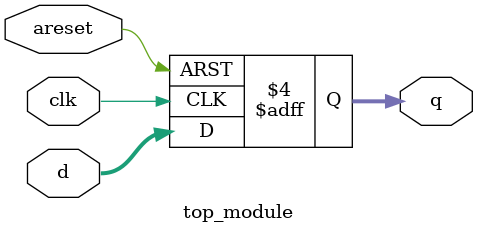
<source format=v>
module top_module (
    input clk,
    input [7:0] d, 
    input areset,   // asynchronous reset
    output reg [7:0] q
);
    integer i;
    
    always @(posedge clk or posedge areset) begin
        if (areset)
            for (i=0; i<=7; i=i+1) begin
                q[i] = 0;
            end
        else
            for (i=0; i<=7; i=i+1) begin
                q[i] = d[i];
            end
    end

endmodule

</source>
